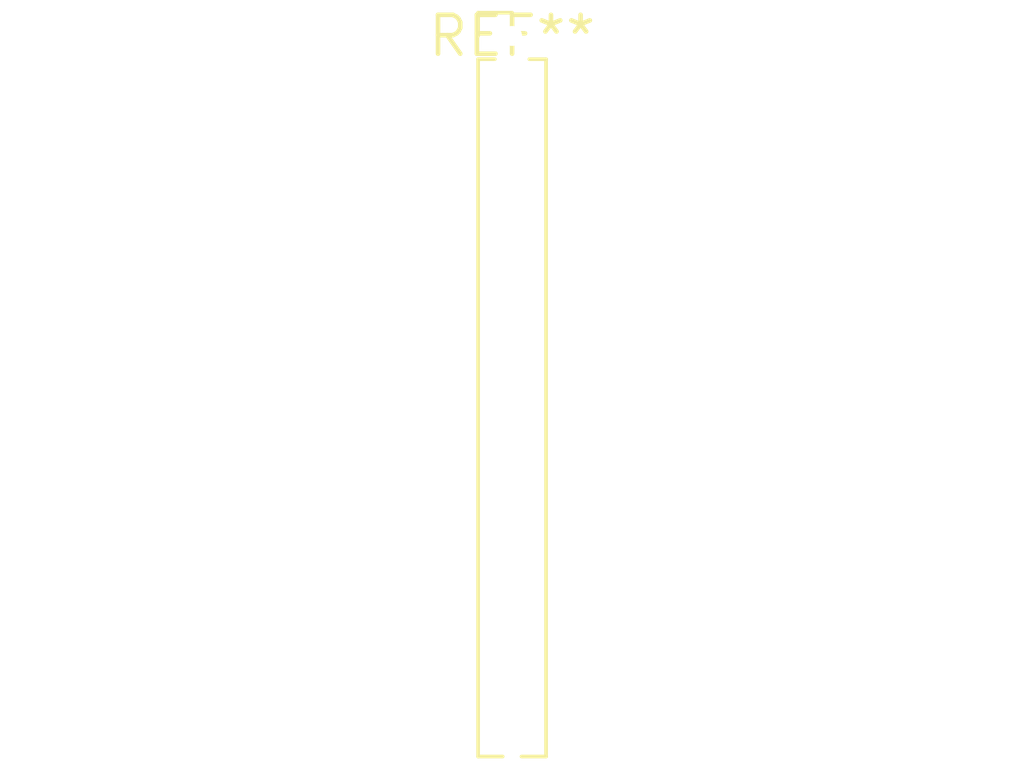
<source format=kicad_pcb>
(kicad_pcb (version 20240108) (generator pcbnew)
  (layers (0 "F.Cu" signal) (31 "B.Cu" signal) (34 "B.Paste" user) (35 "F.Paste" user) (36 "B.SilkS" user "B.Silkscreen") (37 "F.SilkS" user "F.Silkscreen") (38 "B.Mask" user) (39 "F.Mask" user) (44 "Edge.Cuts" user))
  (net 0 "")
  (footprint "PinHeader_1x19_P1.27mm_Vertical" (layer "F.Cu") (at 0 0)
    (property "Reference" "REF**")
    (property "Value" "PinHeader_1x19_P1.27mm_Vertical")
    (fp_line (start -1.11 -0.76) (end 0 -0.76) (layer "F.SilkS") (stroke (width 0.12)))
    (fp_line (start -1.11 0) (end -1.11 -0.76) (layer "F.SilkS") (stroke (width 0.12)))
    (fp_line (start -1.11 0.76) (end -1.11 23.555) (layer "F.SilkS") (stroke (width 0.12)))
    (fp_line (start -1.11 0.76) (end -0.563471 0.76) (layer "F.SilkS") (stroke (width 0.12)))
    (fp_line (start -1.11 23.555) (end -0.30753 23.555) (layer "F.SilkS") (stroke (width 0.12)))
    (fp_line (start 0.30753 23.555) (end 1.11 23.555) (layer "F.SilkS") (stroke (width 0.12)))
    (fp_line (start 0.563471 0.76) (end 1.11 0.76) (layer "F.SilkS") (stroke (width 0.12)))
    (fp_line (start 1.11 0.76) (end 1.11 23.555) (layer "F.SilkS") (stroke (width 0.12)))
    (pad "1" thru_hole rect (at 0 0) (size 1 1) (drill 0.65) (layers *.Cu *.Mask) (remove_unused_layers))
    (pad "2" thru_hole oval (at 0 1.27) (size 1 1) (drill 0.65) (layers *.Cu *.Mask) (remove_unused_layers))
    (pad "3" thru_hole oval (at 0 2.54) (size 1 1) (drill 0.65) (layers *.Cu *.Mask) (remove_unused_layers))
    (pad "4" thru_hole oval (at 0 3.81) (size 1 1) (drill 0.65) (layers *.Cu *.Mask) (remove_unused_layers))
    (pad "5" thru_hole oval (at 0 5.08) (size 1 1) (drill 0.65) (layers *.Cu *.Mask) (remove_unused_layers))
    (pad "6" thru_hole oval (at 0 6.35) (size 1 1) (drill 0.65) (layers *.Cu *.Mask) (remove_unused_layers))
    (pad "7" thru_hole oval (at 0 7.62) (size 1 1) (drill 0.65) (layers *.Cu *.Mask) (remove_unused_layers))
    (pad "8" thru_hole oval (at 0 8.89) (size 1 1) (drill 0.65) (layers *.Cu *.Mask) (remove_unused_layers))
    (pad "9" thru_hole oval (at 0 10.16) (size 1 1) (drill 0.65) (layers *.Cu *.Mask) (remove_unused_layers))
    (pad "10" thru_hole oval (at 0 11.43) (size 1 1) (drill 0.65) (layers *.Cu *.Mask) (remove_unused_layers))
    (pad "11" thru_hole oval (at 0 12.7) (size 1 1) (drill 0.65) (layers *.Cu *.Mask) (remove_unused_layers))
    (pad "12" thru_hole oval (at 0 13.97) (size 1 1) (drill 0.65) (layers *.Cu *.Mask) (remove_unused_layers))
    (pad "13" thru_hole oval (at 0 15.24) (size 1 1) (drill 0.65) (layers *.Cu *.Mask) (remove_unused_layers))
    (pad "14" thru_hole oval (at 0 16.51) (size 1 1) (drill 0.65) (layers *.Cu *.Mask) (remove_unused_layers))
    (pad "15" thru_hole oval (at 0 17.78) (size 1 1) (drill 0.65) (layers *.Cu *.Mask) (remove_unused_layers))
    (pad "16" thru_hole oval (at 0 19.05) (size 1 1) (drill 0.65) (layers *.Cu *.Mask) (remove_unused_layers))
    (pad "17" thru_hole oval (at 0 20.32) (size 1 1) (drill 0.65) (layers *.Cu *.Mask) (remove_unused_layers))
    (pad "18" thru_hole oval (at 0 21.59) (size 1 1) (drill 0.65) (layers *.Cu *.Mask) (remove_unused_layers))
    (pad "19" thru_hole oval (at 0 22.86) (size 1 1) (drill 0.65) (layers *.Cu *.Mask) (remove_unused_layers))
  )
)
</source>
